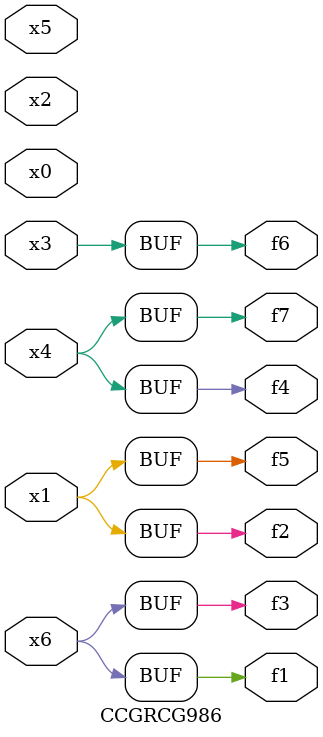
<source format=v>
module CCGRCG986(
	input x0, x1, x2, x3, x4, x5, x6,
	output f1, f2, f3, f4, f5, f6, f7
);
	assign f1 = x6;
	assign f2 = x1;
	assign f3 = x6;
	assign f4 = x4;
	assign f5 = x1;
	assign f6 = x3;
	assign f7 = x4;
endmodule

</source>
